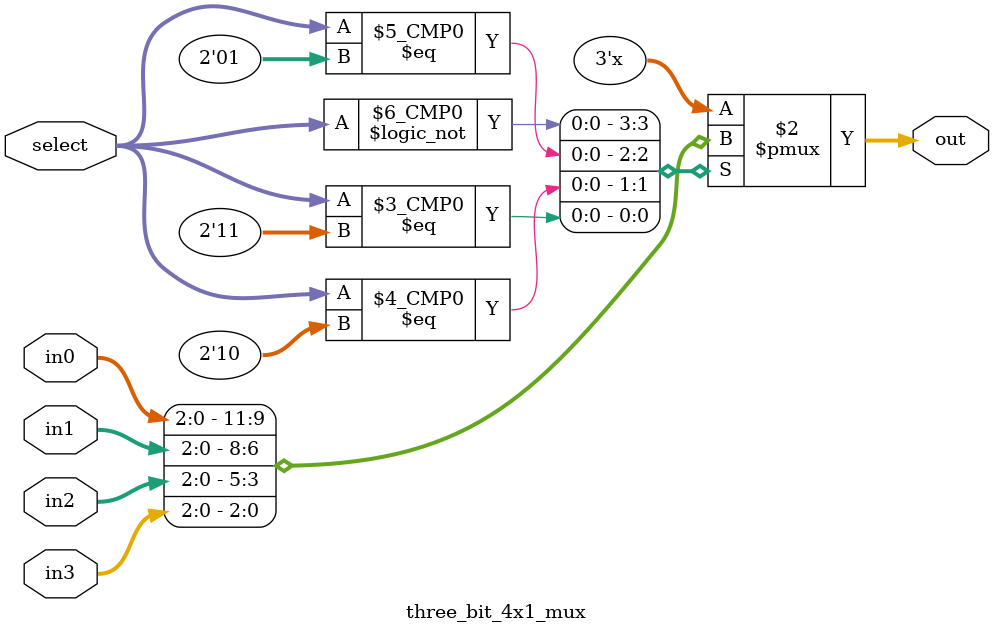
<source format=v>

module three_bit_4x1_mux(
    input [2:0] in0,       // First 3-bit input
    input [2:0] in1,       // Second 3-bit input
    input [2:0] in2,       // Third 3-bit input
    input [2:0] in3,       // Fourth 3-bit input
    input [1:0] select,    // 2-bit select input
    output reg [2:0] out   // 3-bit output
);

// Logic to select the output based on the select input
always @(*) begin
    case(select)
        2'b00: out = in0;
        2'b01: out = in1;
        2'b10: out = in2;
        2'b11: out = in3;
        default: out = 3'bxxx; // Undefined state
    endcase
end

endmodule

</source>
